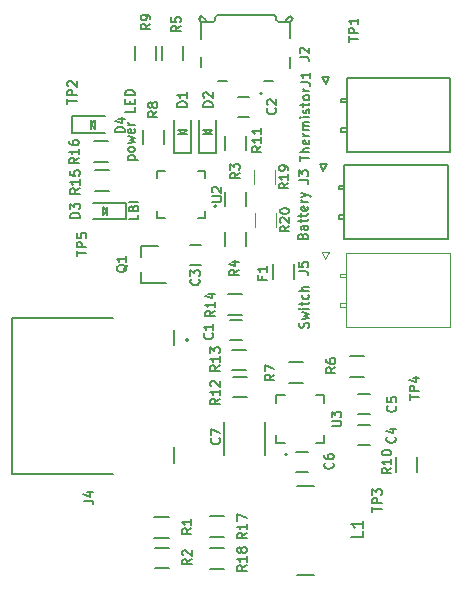
<source format=gto>
G04 #@! TF.GenerationSoftware,KiCad,Pcbnew,5.1.9-73d0e3b20d~88~ubuntu20.04.1*
G04 #@! TF.CreationDate,2021-04-17T15:17:50-04:00*
G04 #@! TF.ProjectId,Antoinette_PowerBank,416e746f-696e-4657-9474-655f506f7765,rev?*
G04 #@! TF.SameCoordinates,Original*
G04 #@! TF.FileFunction,Legend,Top*
G04 #@! TF.FilePolarity,Positive*
%FSLAX46Y46*%
G04 Gerber Fmt 4.6, Leading zero omitted, Abs format (unit mm)*
G04 Created by KiCad (PCBNEW 5.1.9-73d0e3b20d~88~ubuntu20.04.1) date 2021-04-17 15:17:50*
%MOMM*%
%LPD*%
G01*
G04 APERTURE LIST*
%ADD10C,0.150000*%
%ADD11C,0.120000*%
%ADD12C,0.127000*%
%ADD13C,0.200000*%
%ADD14C,0.152400*%
G04 APERTURE END LIST*
D10*
X90773809Y-56271428D02*
X90811904Y-56157142D01*
X90811904Y-55966666D01*
X90773809Y-55890476D01*
X90735714Y-55852380D01*
X90659523Y-55814285D01*
X90583333Y-55814285D01*
X90507142Y-55852380D01*
X90469047Y-55890476D01*
X90430952Y-55966666D01*
X90392857Y-56119047D01*
X90354761Y-56195238D01*
X90316666Y-56233333D01*
X90240476Y-56271428D01*
X90164285Y-56271428D01*
X90088095Y-56233333D01*
X90050000Y-56195238D01*
X90011904Y-56119047D01*
X90011904Y-55928571D01*
X90050000Y-55814285D01*
X90278571Y-55547619D02*
X90811904Y-55395238D01*
X90430952Y-55242857D01*
X90811904Y-55090476D01*
X90278571Y-54938095D01*
X90811904Y-54633333D02*
X90278571Y-54633333D01*
X90011904Y-54633333D02*
X90050000Y-54671428D01*
X90088095Y-54633333D01*
X90050000Y-54595238D01*
X90011904Y-54633333D01*
X90088095Y-54633333D01*
X90278571Y-54366666D02*
X90278571Y-54061904D01*
X90011904Y-54252380D02*
X90697619Y-54252380D01*
X90773809Y-54214285D01*
X90811904Y-54138095D01*
X90811904Y-54061904D01*
X90773809Y-53452380D02*
X90811904Y-53528571D01*
X90811904Y-53680952D01*
X90773809Y-53757142D01*
X90735714Y-53795238D01*
X90659523Y-53833333D01*
X90430952Y-53833333D01*
X90354761Y-53795238D01*
X90316666Y-53757142D01*
X90278571Y-53680952D01*
X90278571Y-53528571D01*
X90316666Y-53452380D01*
X90811904Y-53109523D02*
X90011904Y-53109523D01*
X90811904Y-52766666D02*
X90392857Y-52766666D01*
X90316666Y-52804761D01*
X90278571Y-52880952D01*
X90278571Y-52995238D01*
X90316666Y-53071428D01*
X90354761Y-53109523D01*
X90314857Y-48486842D02*
X90352952Y-48372557D01*
X90391047Y-48334461D01*
X90467238Y-48296366D01*
X90581523Y-48296366D01*
X90657714Y-48334461D01*
X90695809Y-48372557D01*
X90733904Y-48448747D01*
X90733904Y-48753509D01*
X89933904Y-48753509D01*
X89933904Y-48486842D01*
X89972000Y-48410652D01*
X90010095Y-48372557D01*
X90086285Y-48334461D01*
X90162476Y-48334461D01*
X90238666Y-48372557D01*
X90276761Y-48410652D01*
X90314857Y-48486842D01*
X90314857Y-48753509D01*
X90733904Y-47610652D02*
X90314857Y-47610652D01*
X90238666Y-47648747D01*
X90200571Y-47724938D01*
X90200571Y-47877319D01*
X90238666Y-47953509D01*
X90695809Y-47610652D02*
X90733904Y-47686842D01*
X90733904Y-47877319D01*
X90695809Y-47953509D01*
X90619619Y-47991604D01*
X90543428Y-47991604D01*
X90467238Y-47953509D01*
X90429142Y-47877319D01*
X90429142Y-47686842D01*
X90391047Y-47610652D01*
X90200571Y-47343985D02*
X90200571Y-47039223D01*
X89933904Y-47229700D02*
X90619619Y-47229700D01*
X90695809Y-47191604D01*
X90733904Y-47115414D01*
X90733904Y-47039223D01*
X90200571Y-46886842D02*
X90200571Y-46582080D01*
X89933904Y-46772557D02*
X90619619Y-46772557D01*
X90695809Y-46734461D01*
X90733904Y-46658271D01*
X90733904Y-46582080D01*
X90695809Y-46010652D02*
X90733904Y-46086842D01*
X90733904Y-46239223D01*
X90695809Y-46315414D01*
X90619619Y-46353509D01*
X90314857Y-46353509D01*
X90238666Y-46315414D01*
X90200571Y-46239223D01*
X90200571Y-46086842D01*
X90238666Y-46010652D01*
X90314857Y-45972557D01*
X90391047Y-45972557D01*
X90467238Y-46353509D01*
X90733904Y-45629700D02*
X90200571Y-45629700D01*
X90352952Y-45629700D02*
X90276761Y-45591604D01*
X90238666Y-45553509D01*
X90200571Y-45477319D01*
X90200571Y-45401128D01*
X90200571Y-45210652D02*
X90733904Y-45020176D01*
X90200571Y-44829700D02*
X90733904Y-45020176D01*
X90924380Y-45096366D01*
X90962476Y-45134461D01*
X91000571Y-45210652D01*
X76382904Y-46677257D02*
X76382904Y-47058209D01*
X75582904Y-47058209D01*
X75963857Y-46143923D02*
X76001952Y-46029638D01*
X76040047Y-45991542D01*
X76116238Y-45953447D01*
X76230523Y-45953447D01*
X76306714Y-45991542D01*
X76344809Y-46029638D01*
X76382904Y-46105828D01*
X76382904Y-46410590D01*
X75582904Y-46410590D01*
X75582904Y-46143923D01*
X75621000Y-46067733D01*
X75659095Y-46029638D01*
X75735285Y-45991542D01*
X75811476Y-45991542D01*
X75887666Y-46029638D01*
X75925761Y-46067733D01*
X75963857Y-46143923D01*
X75963857Y-46410590D01*
X76382904Y-45610590D02*
X75582904Y-45610590D01*
X75544771Y-42028733D02*
X76344771Y-42028733D01*
X75582866Y-42028733D02*
X75544771Y-41952542D01*
X75544771Y-41800161D01*
X75582866Y-41723971D01*
X75620961Y-41685876D01*
X75697152Y-41647780D01*
X75925723Y-41647780D01*
X76001914Y-41685876D01*
X76040009Y-41723971D01*
X76078104Y-41800161D01*
X76078104Y-41952542D01*
X76040009Y-42028733D01*
X76078104Y-41190638D02*
X76040009Y-41266828D01*
X76001914Y-41304923D01*
X75925723Y-41343019D01*
X75697152Y-41343019D01*
X75620961Y-41304923D01*
X75582866Y-41266828D01*
X75544771Y-41190638D01*
X75544771Y-41076352D01*
X75582866Y-41000161D01*
X75620961Y-40962066D01*
X75697152Y-40923971D01*
X75925723Y-40923971D01*
X76001914Y-40962066D01*
X76040009Y-41000161D01*
X76078104Y-41076352D01*
X76078104Y-41190638D01*
X75544771Y-40657304D02*
X76078104Y-40504923D01*
X75697152Y-40352542D01*
X76078104Y-40200161D01*
X75544771Y-40047780D01*
X76040009Y-39438257D02*
X76078104Y-39514447D01*
X76078104Y-39666828D01*
X76040009Y-39743019D01*
X75963819Y-39781114D01*
X75659057Y-39781114D01*
X75582866Y-39743019D01*
X75544771Y-39666828D01*
X75544771Y-39514447D01*
X75582866Y-39438257D01*
X75659057Y-39400161D01*
X75735247Y-39400161D01*
X75811438Y-39781114D01*
X76078104Y-39057304D02*
X75544771Y-39057304D01*
X75697152Y-39057304D02*
X75620961Y-39019209D01*
X75582866Y-38981114D01*
X75544771Y-38904923D01*
X75544771Y-38828733D01*
X76078104Y-37571590D02*
X76078104Y-37952542D01*
X75278104Y-37952542D01*
X75659057Y-37304923D02*
X75659057Y-37038257D01*
X76078104Y-36923971D02*
X76078104Y-37304923D01*
X75278104Y-37304923D01*
X75278104Y-36923971D01*
X76078104Y-36581114D02*
X75278104Y-36581114D01*
X75278104Y-36390638D01*
X75316200Y-36276352D01*
X75392390Y-36200161D01*
X75468580Y-36162066D01*
X75620961Y-36123971D01*
X75735247Y-36123971D01*
X75887628Y-36162066D01*
X75963819Y-36200161D01*
X76040009Y-36276352D01*
X76078104Y-36390638D01*
X76078104Y-36581114D01*
X90086904Y-42141666D02*
X90086904Y-41684523D01*
X90886904Y-41913095D02*
X90086904Y-41913095D01*
X90886904Y-41417857D02*
X90086904Y-41417857D01*
X90886904Y-41075000D02*
X90467857Y-41075000D01*
X90391666Y-41113095D01*
X90353571Y-41189285D01*
X90353571Y-41303571D01*
X90391666Y-41379761D01*
X90429761Y-41417857D01*
X90848809Y-40389285D02*
X90886904Y-40465476D01*
X90886904Y-40617857D01*
X90848809Y-40694047D01*
X90772619Y-40732142D01*
X90467857Y-40732142D01*
X90391666Y-40694047D01*
X90353571Y-40617857D01*
X90353571Y-40465476D01*
X90391666Y-40389285D01*
X90467857Y-40351190D01*
X90544047Y-40351190D01*
X90620238Y-40732142D01*
X90886904Y-40008333D02*
X90353571Y-40008333D01*
X90505952Y-40008333D02*
X90429761Y-39970238D01*
X90391666Y-39932142D01*
X90353571Y-39855952D01*
X90353571Y-39779761D01*
X90886904Y-39513095D02*
X90353571Y-39513095D01*
X90429761Y-39513095D02*
X90391666Y-39475000D01*
X90353571Y-39398809D01*
X90353571Y-39284523D01*
X90391666Y-39208333D01*
X90467857Y-39170238D01*
X90886904Y-39170238D01*
X90467857Y-39170238D02*
X90391666Y-39132142D01*
X90353571Y-39055952D01*
X90353571Y-38941666D01*
X90391666Y-38865476D01*
X90467857Y-38827380D01*
X90886904Y-38827380D01*
X90886904Y-38446428D02*
X90353571Y-38446428D01*
X90086904Y-38446428D02*
X90125000Y-38484523D01*
X90163095Y-38446428D01*
X90125000Y-38408333D01*
X90086904Y-38446428D01*
X90163095Y-38446428D01*
X90848809Y-38103571D02*
X90886904Y-38027380D01*
X90886904Y-37875000D01*
X90848809Y-37798809D01*
X90772619Y-37760714D01*
X90734523Y-37760714D01*
X90658333Y-37798809D01*
X90620238Y-37875000D01*
X90620238Y-37989285D01*
X90582142Y-38065476D01*
X90505952Y-38103571D01*
X90467857Y-38103571D01*
X90391666Y-38065476D01*
X90353571Y-37989285D01*
X90353571Y-37875000D01*
X90391666Y-37798809D01*
X90353571Y-37532142D02*
X90353571Y-37227380D01*
X90086904Y-37417857D02*
X90772619Y-37417857D01*
X90848809Y-37379761D01*
X90886904Y-37303571D01*
X90886904Y-37227380D01*
X90886904Y-36846428D02*
X90848809Y-36922619D01*
X90810714Y-36960714D01*
X90734523Y-36998809D01*
X90505952Y-36998809D01*
X90429761Y-36960714D01*
X90391666Y-36922619D01*
X90353571Y-36846428D01*
X90353571Y-36732142D01*
X90391666Y-36655952D01*
X90429761Y-36617857D01*
X90505952Y-36579761D01*
X90734523Y-36579761D01*
X90810714Y-36617857D01*
X90848809Y-36655952D01*
X90886904Y-36732142D01*
X90886904Y-36846428D01*
X90886904Y-36236904D02*
X90353571Y-36236904D01*
X90505952Y-36236904D02*
X90429761Y-36198809D01*
X90391666Y-36160714D01*
X90353571Y-36084523D01*
X90353571Y-36008333D01*
X87103600Y-64277548D02*
X87103600Y-67050052D01*
X83683600Y-64277548D02*
X83683600Y-67050052D01*
X72690500Y-42889000D02*
X73890500Y-42889000D01*
X73890500Y-44649000D02*
X72690500Y-44649000D01*
X83968100Y-53379200D02*
X85168100Y-53379200D01*
X85168100Y-55139200D02*
X83968100Y-55139200D01*
X95544000Y-60409700D02*
X94344000Y-60409700D01*
X94344000Y-58649700D02*
X95544000Y-58649700D01*
X81417499Y-46988200D02*
X82017499Y-46988200D01*
X82017499Y-46988200D02*
X82017499Y-46388200D01*
X78617499Y-46988200D02*
X78017499Y-46988200D01*
X78017499Y-46988200D02*
X78017499Y-46388200D01*
X82017499Y-43588200D02*
X82017499Y-42988200D01*
X82017499Y-42988200D02*
X81417499Y-42988200D01*
X78617499Y-42988200D02*
X78017499Y-42988200D01*
X78017499Y-42988200D02*
X78017499Y-43588200D01*
X83017499Y-45988200D02*
G75*
G03*
X83017499Y-45988200I-100000J0D01*
G01*
X85524300Y-39983800D02*
X85524300Y-41183800D01*
X83764300Y-41183800D02*
X83764300Y-39983800D01*
X78443000Y-33574000D02*
X78443000Y-32374000D01*
X80203000Y-32374000D02*
X80203000Y-33574000D01*
X89005300Y-67000100D02*
G75*
G03*
X89005300Y-67000100I-100000J0D01*
G01*
X91435300Y-66050100D02*
X92155300Y-66050100D01*
X88055300Y-66050100D02*
X88775300Y-66050100D01*
X88055300Y-61950100D02*
X88055300Y-62670100D01*
X92155300Y-61950100D02*
X91435300Y-61950100D01*
X92155300Y-66050100D02*
X92155300Y-65330100D01*
X88055300Y-65330100D02*
X88055300Y-66050100D01*
X92155300Y-62670100D02*
X92155300Y-61950100D01*
X88775300Y-61950100D02*
X88055300Y-61950100D01*
X85195100Y-55568200D02*
X84195100Y-55568200D01*
X84195100Y-57268200D02*
X85195100Y-57268200D01*
X84804700Y-38383300D02*
X85804700Y-38383300D01*
X85804700Y-36683300D02*
X84804700Y-36683300D01*
X80740700Y-50956300D02*
X81740700Y-50956300D01*
X81740700Y-49256300D02*
X80740700Y-49256300D01*
X94990100Y-66221700D02*
X95990100Y-66221700D01*
X95990100Y-64521700D02*
X94990100Y-64521700D01*
X95990100Y-61880100D02*
X94990100Y-61880100D01*
X94990100Y-63580100D02*
X95990100Y-63580100D01*
X89750000Y-68450000D02*
X90750000Y-68450000D01*
X90750000Y-66750000D02*
X89750000Y-66750000D01*
X80485800Y-39828800D02*
X80135800Y-39828800D01*
X80135800Y-39828800D02*
X79785800Y-39828800D01*
X80485800Y-39478800D02*
X80135800Y-39828800D01*
X80435800Y-39478800D02*
X80485800Y-39478800D01*
X80485800Y-39478800D02*
X80435800Y-39478800D01*
X79785800Y-39478800D02*
X80435800Y-39478800D01*
X79835800Y-39528800D02*
X79785800Y-39478800D01*
X80135800Y-39828800D02*
X79835800Y-39528800D01*
X79435800Y-41428800D02*
X80835800Y-41428800D01*
X80835800Y-41428800D02*
X80835800Y-38628800D01*
X79435800Y-41428800D02*
X79435800Y-38628800D01*
X81556700Y-41436600D02*
X81556700Y-38636600D01*
X82956700Y-41436600D02*
X82956700Y-38636600D01*
X81556700Y-41436600D02*
X82956700Y-41436600D01*
X82256700Y-39836600D02*
X81956700Y-39536600D01*
X81956700Y-39536600D02*
X81906700Y-39486600D01*
X81906700Y-39486600D02*
X82556700Y-39486600D01*
X82606700Y-39486600D02*
X82556700Y-39486600D01*
X82556700Y-39486600D02*
X82606700Y-39486600D01*
X82606700Y-39486600D02*
X82256700Y-39836600D01*
X82256700Y-39836600D02*
X81906700Y-39836600D01*
X82606700Y-39836600D02*
X82256700Y-39836600D01*
X73744500Y-46022500D02*
X73744500Y-46372500D01*
X73744500Y-46372500D02*
X73744500Y-46722500D01*
X73394500Y-46022500D02*
X73744500Y-46372500D01*
X73394500Y-46072500D02*
X73394500Y-46022500D01*
X73394500Y-46022500D02*
X73394500Y-46072500D01*
X73394500Y-46722500D02*
X73394500Y-46072500D01*
X73444500Y-46672500D02*
X73394500Y-46722500D01*
X73744500Y-46372500D02*
X73444500Y-46672500D01*
X75344500Y-47072500D02*
X75344500Y-45672500D01*
X75344500Y-45672500D02*
X72544500Y-45672500D01*
X75344500Y-47072500D02*
X72544500Y-47072500D01*
X70766600Y-38344600D02*
X73566600Y-38344600D01*
X70766600Y-39744600D02*
X73566600Y-39744600D01*
X70766600Y-38344600D02*
X70766600Y-39744600D01*
X72366600Y-39044600D02*
X72666600Y-38744600D01*
X72666600Y-38744600D02*
X72716600Y-38694600D01*
X72716600Y-38694600D02*
X72716600Y-39344600D01*
X72716600Y-39394600D02*
X72716600Y-39344600D01*
X72716600Y-39344600D02*
X72716600Y-39394600D01*
X72716600Y-39394600D02*
X72366600Y-39044600D01*
X72366600Y-39044600D02*
X72366600Y-38694600D01*
X72366600Y-39394600D02*
X72366600Y-39044600D01*
X87798300Y-50888536D02*
X87798300Y-52092664D01*
X89618300Y-50888536D02*
X89618300Y-52092664D01*
X76594500Y-49301000D02*
X78054500Y-49301000D01*
X76594500Y-52461000D02*
X78754500Y-52461000D01*
X76594500Y-52461000D02*
X76594500Y-51531000D01*
X76594500Y-49301000D02*
X76594500Y-50231000D01*
X78957800Y-74036800D02*
X77757800Y-74036800D01*
X77757800Y-72276800D02*
X78957800Y-72276800D01*
X78995900Y-76627600D02*
X77795900Y-76627600D01*
X77795900Y-74867600D02*
X78995900Y-74867600D01*
X85473500Y-44743800D02*
X85473500Y-45943800D01*
X83713500Y-45943800D02*
X83713500Y-44743800D01*
X85537000Y-48122000D02*
X85537000Y-49322000D01*
X83777000Y-49322000D02*
X83777000Y-48122000D01*
X89175100Y-59183100D02*
X90375100Y-59183100D01*
X90375100Y-60943100D02*
X89175100Y-60943100D01*
X76817400Y-40698700D02*
X76817400Y-39498700D01*
X78577400Y-39498700D02*
X78577400Y-40698700D01*
X77917000Y-32374000D02*
X77917000Y-33574000D01*
X76157000Y-33574000D02*
X76157000Y-32374000D01*
X98191500Y-68435500D02*
X98191500Y-67235500D01*
X99951500Y-67235500D02*
X99951500Y-68435500D01*
X85612600Y-62149600D02*
X84412600Y-62149600D01*
X84412600Y-60389600D02*
X85612600Y-60389600D01*
X85523700Y-59876300D02*
X84323700Y-59876300D01*
X84323700Y-58116300D02*
X85523700Y-58116300D01*
X72627000Y-40476000D02*
X73827000Y-40476000D01*
X73827000Y-42236000D02*
X72627000Y-42236000D01*
X83631400Y-73986000D02*
X82431400Y-73986000D01*
X82431400Y-72226000D02*
X83631400Y-72226000D01*
X83631400Y-76678400D02*
X82431400Y-76678400D01*
X82431400Y-74918400D02*
X83631400Y-74918400D01*
X102794300Y-35142600D02*
X94034300Y-35142600D01*
X94034300Y-35142600D02*
X94034300Y-41382600D01*
X94034300Y-41382600D02*
X102794300Y-41382600D01*
X102794300Y-41382600D02*
X102794300Y-35142600D01*
X94034300Y-36862600D02*
X93564300Y-36862600D01*
X93564300Y-36862600D02*
X93564300Y-37162600D01*
X93564300Y-37162600D02*
X94034300Y-37162600D01*
X94034300Y-37162600D02*
X94034300Y-36862600D01*
X94034300Y-39362600D02*
X93564300Y-39362600D01*
X93564300Y-39362600D02*
X93564300Y-39662600D01*
X93564300Y-39662600D02*
X94034300Y-39662600D01*
X94034300Y-39662600D02*
X94034300Y-39362600D01*
X92264300Y-35612600D02*
X91964300Y-35012600D01*
X91964300Y-35012600D02*
X92564300Y-35012600D01*
X92564300Y-35012600D02*
X92264300Y-35612600D01*
X102603800Y-42508600D02*
X93843800Y-42508600D01*
X93843800Y-42508600D02*
X93843800Y-48748600D01*
X93843800Y-48748600D02*
X102603800Y-48748600D01*
X102603800Y-48748600D02*
X102603800Y-42508600D01*
X93843800Y-44228600D02*
X93373800Y-44228600D01*
X93373800Y-44228600D02*
X93373800Y-44528600D01*
X93373800Y-44528600D02*
X93843800Y-44528600D01*
X93843800Y-44528600D02*
X93843800Y-44228600D01*
X93843800Y-46728600D02*
X93373800Y-46728600D01*
X93373800Y-46728600D02*
X93373800Y-47028600D01*
X93373800Y-47028600D02*
X93843800Y-47028600D01*
X93843800Y-47028600D02*
X93843800Y-46728600D01*
X92073800Y-42978600D02*
X91773800Y-42378600D01*
X91773800Y-42378600D02*
X92373800Y-42378600D01*
X92373800Y-42378600D02*
X92073800Y-42978600D01*
D11*
X102743500Y-49963500D02*
X93983500Y-49963500D01*
X93983500Y-49963500D02*
X93983500Y-56203500D01*
X93983500Y-56203500D02*
X102743500Y-56203500D01*
X102743500Y-56203500D02*
X102743500Y-49963500D01*
X93983500Y-51683500D02*
X93513500Y-51683500D01*
X93513500Y-51683500D02*
X93513500Y-51983500D01*
X93513500Y-51983500D02*
X93983500Y-51983500D01*
X93983500Y-51983500D02*
X93983500Y-51683500D01*
X93983500Y-54183500D02*
X93513500Y-54183500D01*
X93513500Y-54183500D02*
X93513500Y-54483500D01*
X93513500Y-54483500D02*
X93983500Y-54483500D01*
X93983500Y-54483500D02*
X93983500Y-54183500D01*
X92213500Y-50433500D02*
X91913500Y-49833500D01*
X91913500Y-49833500D02*
X92513500Y-49833500D01*
X92513500Y-49833500D02*
X92213500Y-50433500D01*
D12*
X87835200Y-35392200D02*
X87055200Y-35392200D01*
X83915200Y-35392200D02*
X83175200Y-35392200D01*
X89245200Y-34227200D02*
X89245200Y-33317200D01*
X81745200Y-34217200D02*
X81745200Y-33307200D01*
X89245200Y-31717200D02*
X89245200Y-30392200D01*
X89245200Y-30392200D02*
X88295200Y-30392200D01*
X88095200Y-30192200D02*
X88095200Y-30127200D01*
X87895200Y-29792200D02*
X83095200Y-29792200D01*
X82895200Y-30002200D02*
X82895200Y-30202200D01*
X82570200Y-30402200D02*
X81745200Y-30402200D01*
X81745200Y-30402200D02*
X81745200Y-31777200D01*
D13*
X86890200Y-36412200D02*
G75*
G03*
X86890200Y-36412200I-100000J0D01*
G01*
D12*
X89245200Y-30342200D02*
X89495200Y-30092200D01*
X89495200Y-30092200D02*
X89245200Y-29842200D01*
X89245200Y-29842200D02*
X88870200Y-30217200D01*
X88870200Y-30217200D02*
X88870200Y-30342200D01*
X81745200Y-30342200D02*
X81495200Y-30092200D01*
X81495200Y-30092200D02*
X81745200Y-29842200D01*
X81745200Y-29842200D02*
X82120200Y-30217200D01*
X82120200Y-30217200D02*
X82120200Y-30342200D01*
X82895200Y-30202200D02*
G75*
G02*
X82570200Y-30402200I-262500J62500D01*
G01*
X83095200Y-29792200D02*
G75*
G03*
X82895200Y-30002200I5000J-205000D01*
G01*
X88095200Y-30127200D02*
G75*
G03*
X87895200Y-29792200I-267500J67500D01*
G01*
X88295200Y-30392200D02*
G75*
G02*
X88095200Y-30192200I0J200000D01*
G01*
D13*
X65717000Y-55457000D02*
X74267000Y-55457000D01*
X74267000Y-68657000D02*
X65717000Y-68657000D01*
X65717000Y-68657000D02*
X65717000Y-55457000D01*
X80617000Y-57307000D02*
G75*
G03*
X80617000Y-57307000I-100000J0D01*
G01*
X79417000Y-56407000D02*
X79417000Y-57757000D01*
X79417000Y-66357000D02*
X79417000Y-67707000D01*
D14*
X89802749Y-77195400D02*
X91296851Y-77195400D01*
X91296851Y-69626200D02*
X89802749Y-69626200D01*
D11*
X87962700Y-42902300D02*
X87962700Y-44102300D01*
X86202700Y-44102300D02*
X86202700Y-42902300D01*
X86278900Y-47747200D02*
X86278900Y-46547200D01*
X88038900Y-46547200D02*
X88038900Y-47747200D01*
D10*
X83266314Y-65619333D02*
X83304409Y-65657428D01*
X83342504Y-65771714D01*
X83342504Y-65847904D01*
X83304409Y-65962190D01*
X83228219Y-66038380D01*
X83152028Y-66076476D01*
X82999647Y-66114571D01*
X82885361Y-66114571D01*
X82732980Y-66076476D01*
X82656790Y-66038380D01*
X82580600Y-65962190D01*
X82542504Y-65847904D01*
X82542504Y-65771714D01*
X82580600Y-65657428D01*
X82618695Y-65619333D01*
X82542504Y-65352666D02*
X82542504Y-64819333D01*
X83342504Y-65162190D01*
X71429904Y-44435685D02*
X71048952Y-44702352D01*
X71429904Y-44892828D02*
X70629904Y-44892828D01*
X70629904Y-44588066D01*
X70668000Y-44511876D01*
X70706095Y-44473780D01*
X70782285Y-44435685D01*
X70896571Y-44435685D01*
X70972761Y-44473780D01*
X71010857Y-44511876D01*
X71048952Y-44588066D01*
X71048952Y-44892828D01*
X71429904Y-43673780D02*
X71429904Y-44130923D01*
X71429904Y-43902352D02*
X70629904Y-43902352D01*
X70744190Y-43978542D01*
X70820380Y-44054733D01*
X70858476Y-44130923D01*
X70629904Y-42949971D02*
X70629904Y-43330923D01*
X71010857Y-43369019D01*
X70972761Y-43330923D01*
X70934666Y-43254733D01*
X70934666Y-43064257D01*
X70972761Y-42988066D01*
X71010857Y-42949971D01*
X71087047Y-42911876D01*
X71277523Y-42911876D01*
X71353714Y-42949971D01*
X71391809Y-42988066D01*
X71429904Y-43064257D01*
X71429904Y-43254733D01*
X71391809Y-43330923D01*
X71353714Y-43369019D01*
X82859904Y-54836985D02*
X82478952Y-55103652D01*
X82859904Y-55294128D02*
X82059904Y-55294128D01*
X82059904Y-54989366D01*
X82098000Y-54913176D01*
X82136095Y-54875080D01*
X82212285Y-54836985D01*
X82326571Y-54836985D01*
X82402761Y-54875080D01*
X82440857Y-54913176D01*
X82478952Y-54989366D01*
X82478952Y-55294128D01*
X82859904Y-54075080D02*
X82859904Y-54532223D01*
X82859904Y-54303652D02*
X82059904Y-54303652D01*
X82174190Y-54379842D01*
X82250380Y-54456033D01*
X82288476Y-54532223D01*
X82326571Y-53389366D02*
X82859904Y-53389366D01*
X82021809Y-53579842D02*
X82593238Y-53770319D01*
X82593238Y-53275080D01*
X93083404Y-59599533D02*
X92702452Y-59866200D01*
X93083404Y-60056676D02*
X92283404Y-60056676D01*
X92283404Y-59751914D01*
X92321500Y-59675723D01*
X92359595Y-59637628D01*
X92435785Y-59599533D01*
X92550071Y-59599533D01*
X92626261Y-59637628D01*
X92664357Y-59675723D01*
X92702452Y-59751914D01*
X92702452Y-60056676D01*
X92283404Y-58913819D02*
X92283404Y-59066200D01*
X92321500Y-59142390D01*
X92359595Y-59180485D01*
X92473880Y-59256676D01*
X92626261Y-59294771D01*
X92931023Y-59294771D01*
X93007214Y-59256676D01*
X93045309Y-59218580D01*
X93083404Y-59142390D01*
X93083404Y-58990009D01*
X93045309Y-58913819D01*
X93007214Y-58875723D01*
X92931023Y-58837628D01*
X92740547Y-58837628D01*
X92664357Y-58875723D01*
X92626261Y-58913819D01*
X92588166Y-58990009D01*
X92588166Y-59142390D01*
X92626261Y-59218580D01*
X92664357Y-59256676D01*
X92740547Y-59294771D01*
X94201104Y-32027723D02*
X94201104Y-31570580D01*
X95001104Y-31799152D02*
X94201104Y-31799152D01*
X95001104Y-31303914D02*
X94201104Y-31303914D01*
X94201104Y-30999152D01*
X94239200Y-30922961D01*
X94277295Y-30884866D01*
X94353485Y-30846771D01*
X94467771Y-30846771D01*
X94543961Y-30884866D01*
X94582057Y-30922961D01*
X94620152Y-30999152D01*
X94620152Y-31303914D01*
X95001104Y-30084866D02*
X95001104Y-30542009D01*
X95001104Y-30313438D02*
X94201104Y-30313438D01*
X94315390Y-30389628D01*
X94391580Y-30465819D01*
X94429676Y-30542009D01*
X82636904Y-45584523D02*
X83284523Y-45584523D01*
X83360714Y-45546428D01*
X83398809Y-45508333D01*
X83436904Y-45432142D01*
X83436904Y-45279761D01*
X83398809Y-45203571D01*
X83360714Y-45165476D01*
X83284523Y-45127380D01*
X82636904Y-45127380D01*
X82713095Y-44784523D02*
X82675000Y-44746428D01*
X82636904Y-44670238D01*
X82636904Y-44479761D01*
X82675000Y-44403571D01*
X82713095Y-44365476D01*
X82789285Y-44327380D01*
X82865476Y-44327380D01*
X82979761Y-44365476D01*
X83436904Y-44822619D01*
X83436904Y-44327380D01*
X86809604Y-40905085D02*
X86428652Y-41171752D01*
X86809604Y-41362228D02*
X86009604Y-41362228D01*
X86009604Y-41057466D01*
X86047700Y-40981276D01*
X86085795Y-40943180D01*
X86161985Y-40905085D01*
X86276271Y-40905085D01*
X86352461Y-40943180D01*
X86390557Y-40981276D01*
X86428652Y-41057466D01*
X86428652Y-41362228D01*
X86809604Y-40143180D02*
X86809604Y-40600323D01*
X86809604Y-40371752D02*
X86009604Y-40371752D01*
X86123890Y-40447942D01*
X86200080Y-40524133D01*
X86238176Y-40600323D01*
X86809604Y-39381276D02*
X86809604Y-39838419D01*
X86809604Y-39609847D02*
X86009604Y-39609847D01*
X86123890Y-39686038D01*
X86200080Y-39762228D01*
X86238176Y-39838419D01*
X80002404Y-30694333D02*
X79621452Y-30961000D01*
X80002404Y-31151476D02*
X79202404Y-31151476D01*
X79202404Y-30846714D01*
X79240500Y-30770523D01*
X79278595Y-30732428D01*
X79354785Y-30694333D01*
X79469071Y-30694333D01*
X79545261Y-30732428D01*
X79583357Y-30770523D01*
X79621452Y-30846714D01*
X79621452Y-31151476D01*
X79202404Y-29970523D02*
X79202404Y-30351476D01*
X79583357Y-30389571D01*
X79545261Y-30351476D01*
X79507166Y-30275285D01*
X79507166Y-30084809D01*
X79545261Y-30008619D01*
X79583357Y-29970523D01*
X79659547Y-29932428D01*
X79850023Y-29932428D01*
X79926214Y-29970523D01*
X79964309Y-30008619D01*
X80002404Y-30084809D01*
X80002404Y-30275285D01*
X79964309Y-30351476D01*
X79926214Y-30389571D01*
X92761904Y-64609523D02*
X93409523Y-64609523D01*
X93485714Y-64571428D01*
X93523809Y-64533333D01*
X93561904Y-64457142D01*
X93561904Y-64304761D01*
X93523809Y-64228571D01*
X93485714Y-64190476D01*
X93409523Y-64152380D01*
X92761904Y-64152380D01*
X92761904Y-63847619D02*
X92761904Y-63352380D01*
X93066666Y-63619047D01*
X93066666Y-63504761D01*
X93104761Y-63428571D01*
X93142857Y-63390476D01*
X93219047Y-63352380D01*
X93409523Y-63352380D01*
X93485714Y-63390476D01*
X93523809Y-63428571D01*
X93561904Y-63504761D01*
X93561904Y-63733333D01*
X93523809Y-63809523D01*
X93485714Y-63847619D01*
X82656714Y-56716633D02*
X82694809Y-56754728D01*
X82732904Y-56869014D01*
X82732904Y-56945204D01*
X82694809Y-57059490D01*
X82618619Y-57135680D01*
X82542428Y-57173776D01*
X82390047Y-57211871D01*
X82275761Y-57211871D01*
X82123380Y-57173776D01*
X82047190Y-57135680D01*
X81971000Y-57059490D01*
X81932904Y-56945204D01*
X81932904Y-56869014D01*
X81971000Y-56754728D01*
X82009095Y-56716633D01*
X82732904Y-55954728D02*
X82732904Y-56411871D01*
X82732904Y-56183300D02*
X81932904Y-56183300D01*
X82047190Y-56259490D01*
X82123380Y-56335680D01*
X82161476Y-56411871D01*
X88003414Y-37666633D02*
X88041509Y-37704728D01*
X88079604Y-37819014D01*
X88079604Y-37895204D01*
X88041509Y-38009490D01*
X87965319Y-38085680D01*
X87889128Y-38123776D01*
X87736747Y-38161871D01*
X87622461Y-38161871D01*
X87470080Y-38123776D01*
X87393890Y-38085680D01*
X87317700Y-38009490D01*
X87279604Y-37895204D01*
X87279604Y-37819014D01*
X87317700Y-37704728D01*
X87355795Y-37666633D01*
X87355795Y-37361871D02*
X87317700Y-37323776D01*
X87279604Y-37247585D01*
X87279604Y-37057109D01*
X87317700Y-36980919D01*
X87355795Y-36942823D01*
X87431985Y-36904728D01*
X87508176Y-36904728D01*
X87622461Y-36942823D01*
X88079604Y-37399966D01*
X88079604Y-36904728D01*
X81526414Y-52144633D02*
X81564509Y-52182728D01*
X81602604Y-52297014D01*
X81602604Y-52373204D01*
X81564509Y-52487490D01*
X81488319Y-52563680D01*
X81412128Y-52601776D01*
X81259747Y-52639871D01*
X81145461Y-52639871D01*
X80993080Y-52601776D01*
X80916890Y-52563680D01*
X80840700Y-52487490D01*
X80802604Y-52373204D01*
X80802604Y-52297014D01*
X80840700Y-52182728D01*
X80878795Y-52144633D01*
X80802604Y-51877966D02*
X80802604Y-51382728D01*
X81107366Y-51649395D01*
X81107366Y-51535109D01*
X81145461Y-51458919D01*
X81183557Y-51420823D01*
X81259747Y-51382728D01*
X81450223Y-51382728D01*
X81526414Y-51420823D01*
X81564509Y-51458919D01*
X81602604Y-51535109D01*
X81602604Y-51763680D01*
X81564509Y-51839871D01*
X81526414Y-51877966D01*
X98125314Y-65505033D02*
X98163409Y-65543128D01*
X98201504Y-65657414D01*
X98201504Y-65733604D01*
X98163409Y-65847890D01*
X98087219Y-65924080D01*
X98011028Y-65962176D01*
X97858647Y-66000271D01*
X97744361Y-66000271D01*
X97591980Y-65962176D01*
X97515790Y-65924080D01*
X97439600Y-65847890D01*
X97401504Y-65733604D01*
X97401504Y-65657414D01*
X97439600Y-65543128D01*
X97477695Y-65505033D01*
X97668171Y-64819319D02*
X98201504Y-64819319D01*
X97363409Y-65009795D02*
X97934838Y-65200271D01*
X97934838Y-64705033D01*
X98176114Y-62876133D02*
X98214209Y-62914228D01*
X98252304Y-63028514D01*
X98252304Y-63104704D01*
X98214209Y-63218990D01*
X98138019Y-63295180D01*
X98061828Y-63333276D01*
X97909447Y-63371371D01*
X97795161Y-63371371D01*
X97642780Y-63333276D01*
X97566590Y-63295180D01*
X97490400Y-63218990D01*
X97452304Y-63104704D01*
X97452304Y-63028514D01*
X97490400Y-62914228D01*
X97528495Y-62876133D01*
X97452304Y-62152323D02*
X97452304Y-62533276D01*
X97833257Y-62571371D01*
X97795161Y-62533276D01*
X97757066Y-62457085D01*
X97757066Y-62266609D01*
X97795161Y-62190419D01*
X97833257Y-62152323D01*
X97909447Y-62114228D01*
X98099923Y-62114228D01*
X98176114Y-62152323D01*
X98214209Y-62190419D01*
X98252304Y-62266609D01*
X98252304Y-62457085D01*
X98214209Y-62533276D01*
X98176114Y-62571371D01*
X92847114Y-67695233D02*
X92885209Y-67733328D01*
X92923304Y-67847614D01*
X92923304Y-67923804D01*
X92885209Y-68038090D01*
X92809019Y-68114280D01*
X92732828Y-68152376D01*
X92580447Y-68190471D01*
X92466161Y-68190471D01*
X92313780Y-68152376D01*
X92237590Y-68114280D01*
X92161400Y-68038090D01*
X92123304Y-67923804D01*
X92123304Y-67847614D01*
X92161400Y-67733328D01*
X92199495Y-67695233D01*
X92123304Y-67009519D02*
X92123304Y-67161900D01*
X92161400Y-67238090D01*
X92199495Y-67276185D01*
X92313780Y-67352376D01*
X92466161Y-67390471D01*
X92770923Y-67390471D01*
X92847114Y-67352376D01*
X92885209Y-67314280D01*
X92923304Y-67238090D01*
X92923304Y-67085709D01*
X92885209Y-67009519D01*
X92847114Y-66971423D01*
X92770923Y-66933328D01*
X92580447Y-66933328D01*
X92504257Y-66971423D01*
X92466161Y-67009519D01*
X92428066Y-67085709D01*
X92428066Y-67238090D01*
X92466161Y-67314280D01*
X92504257Y-67352376D01*
X92580447Y-67390471D01*
X80510404Y-37526876D02*
X79710404Y-37526876D01*
X79710404Y-37336400D01*
X79748500Y-37222114D01*
X79824690Y-37145923D01*
X79900880Y-37107828D01*
X80053261Y-37069733D01*
X80167547Y-37069733D01*
X80319928Y-37107828D01*
X80396119Y-37145923D01*
X80472309Y-37222114D01*
X80510404Y-37336400D01*
X80510404Y-37526876D01*
X80510404Y-36307828D02*
X80510404Y-36764971D01*
X80510404Y-36536400D02*
X79710404Y-36536400D01*
X79824690Y-36612590D01*
X79900880Y-36688780D01*
X79938976Y-36764971D01*
X82682104Y-37552276D02*
X81882104Y-37552276D01*
X81882104Y-37361800D01*
X81920200Y-37247514D01*
X81996390Y-37171323D01*
X82072580Y-37133228D01*
X82224961Y-37095133D01*
X82339247Y-37095133D01*
X82491628Y-37133228D01*
X82567819Y-37171323D01*
X82644009Y-37247514D01*
X82682104Y-37361800D01*
X82682104Y-37552276D01*
X81958295Y-36790371D02*
X81920200Y-36752276D01*
X81882104Y-36676085D01*
X81882104Y-36485609D01*
X81920200Y-36409419D01*
X81958295Y-36371323D01*
X82034485Y-36333228D01*
X82110676Y-36333228D01*
X82224961Y-36371323D01*
X82682104Y-36828466D01*
X82682104Y-36333228D01*
X71429904Y-46962976D02*
X70629904Y-46962976D01*
X70629904Y-46772500D01*
X70668000Y-46658214D01*
X70744190Y-46582023D01*
X70820380Y-46543928D01*
X70972761Y-46505833D01*
X71087047Y-46505833D01*
X71239428Y-46543928D01*
X71315619Y-46582023D01*
X71391809Y-46658214D01*
X71429904Y-46772500D01*
X71429904Y-46962976D01*
X70629904Y-46239166D02*
X70629904Y-45743928D01*
X70934666Y-46010595D01*
X70934666Y-45896309D01*
X70972761Y-45820119D01*
X71010857Y-45782023D01*
X71087047Y-45743928D01*
X71277523Y-45743928D01*
X71353714Y-45782023D01*
X71391809Y-45820119D01*
X71429904Y-45896309D01*
X71429904Y-46124880D01*
X71391809Y-46201071D01*
X71353714Y-46239166D01*
X75239904Y-39685876D02*
X74439904Y-39685876D01*
X74439904Y-39495400D01*
X74478000Y-39381114D01*
X74554190Y-39304923D01*
X74630380Y-39266828D01*
X74782761Y-39228733D01*
X74897047Y-39228733D01*
X75049428Y-39266828D01*
X75125619Y-39304923D01*
X75201809Y-39381114D01*
X75239904Y-39495400D01*
X75239904Y-39685876D01*
X74706571Y-38543019D02*
X75239904Y-38543019D01*
X74401809Y-38733495D02*
X74973238Y-38923971D01*
X74973238Y-38428733D01*
X86873157Y-51909666D02*
X86873157Y-52176333D01*
X87292204Y-52176333D02*
X86492204Y-52176333D01*
X86492204Y-51795380D01*
X87292204Y-51071571D02*
X87292204Y-51528714D01*
X87292204Y-51300142D02*
X86492204Y-51300142D01*
X86606490Y-51376333D01*
X86682680Y-51452523D01*
X86720776Y-51528714D01*
X75443095Y-50931790D02*
X75405000Y-51007980D01*
X75328809Y-51084171D01*
X75214523Y-51198457D01*
X75176428Y-51274647D01*
X75176428Y-51350838D01*
X75366904Y-51312742D02*
X75328809Y-51388933D01*
X75252619Y-51465123D01*
X75100238Y-51503219D01*
X74833571Y-51503219D01*
X74681190Y-51465123D01*
X74605000Y-51388933D01*
X74566904Y-51312742D01*
X74566904Y-51160361D01*
X74605000Y-51084171D01*
X74681190Y-51007980D01*
X74833571Y-50969885D01*
X75100238Y-50969885D01*
X75252619Y-51007980D01*
X75328809Y-51084171D01*
X75366904Y-51160361D01*
X75366904Y-51312742D01*
X75366904Y-50207980D02*
X75366904Y-50665123D01*
X75366904Y-50436552D02*
X74566904Y-50436552D01*
X74681190Y-50512742D01*
X74757380Y-50588933D01*
X74795476Y-50665123D01*
X80891404Y-73226633D02*
X80510452Y-73493300D01*
X80891404Y-73683776D02*
X80091404Y-73683776D01*
X80091404Y-73379014D01*
X80129500Y-73302823D01*
X80167595Y-73264728D01*
X80243785Y-73226633D01*
X80358071Y-73226633D01*
X80434261Y-73264728D01*
X80472357Y-73302823D01*
X80510452Y-73379014D01*
X80510452Y-73683776D01*
X80891404Y-72464728D02*
X80891404Y-72921871D01*
X80891404Y-72693300D02*
X80091404Y-72693300D01*
X80205690Y-72769490D01*
X80281880Y-72845680D01*
X80319976Y-72921871D01*
X80929504Y-75842833D02*
X80548552Y-76109500D01*
X80929504Y-76299976D02*
X80129504Y-76299976D01*
X80129504Y-75995214D01*
X80167600Y-75919023D01*
X80205695Y-75880928D01*
X80281885Y-75842833D01*
X80396171Y-75842833D01*
X80472361Y-75880928D01*
X80510457Y-75919023D01*
X80548552Y-75995214D01*
X80548552Y-76299976D01*
X80205695Y-75538071D02*
X80167600Y-75499976D01*
X80129504Y-75423785D01*
X80129504Y-75233309D01*
X80167600Y-75157119D01*
X80205695Y-75119023D01*
X80281885Y-75080928D01*
X80358076Y-75080928D01*
X80472361Y-75119023D01*
X80929504Y-75576166D01*
X80929504Y-75080928D01*
X84968104Y-43127633D02*
X84587152Y-43394300D01*
X84968104Y-43584776D02*
X84168104Y-43584776D01*
X84168104Y-43280014D01*
X84206200Y-43203823D01*
X84244295Y-43165728D01*
X84320485Y-43127633D01*
X84434771Y-43127633D01*
X84510961Y-43165728D01*
X84549057Y-43203823D01*
X84587152Y-43280014D01*
X84587152Y-43584776D01*
X84168104Y-42860966D02*
X84168104Y-42365728D01*
X84472866Y-42632395D01*
X84472866Y-42518109D01*
X84510961Y-42441919D01*
X84549057Y-42403823D01*
X84625247Y-42365728D01*
X84815723Y-42365728D01*
X84891914Y-42403823D01*
X84930009Y-42441919D01*
X84968104Y-42518109D01*
X84968104Y-42746680D01*
X84930009Y-42822871D01*
X84891914Y-42860966D01*
X84879204Y-51347033D02*
X84498252Y-51613700D01*
X84879204Y-51804176D02*
X84079204Y-51804176D01*
X84079204Y-51499414D01*
X84117300Y-51423223D01*
X84155395Y-51385128D01*
X84231585Y-51347033D01*
X84345871Y-51347033D01*
X84422061Y-51385128D01*
X84460157Y-51423223D01*
X84498252Y-51499414D01*
X84498252Y-51804176D01*
X84345871Y-50661319D02*
X84879204Y-50661319D01*
X84041109Y-50851795D02*
X84612538Y-51042271D01*
X84612538Y-50547033D01*
X87914504Y-60221833D02*
X87533552Y-60488500D01*
X87914504Y-60678976D02*
X87114504Y-60678976D01*
X87114504Y-60374214D01*
X87152600Y-60298023D01*
X87190695Y-60259928D01*
X87266885Y-60221833D01*
X87381171Y-60221833D01*
X87457361Y-60259928D01*
X87495457Y-60298023D01*
X87533552Y-60374214D01*
X87533552Y-60678976D01*
X87114504Y-59955166D02*
X87114504Y-59421833D01*
X87914504Y-59764690D01*
X78013584Y-37940953D02*
X77632632Y-38207620D01*
X78013584Y-38398096D02*
X77213584Y-38398096D01*
X77213584Y-38093334D01*
X77251680Y-38017143D01*
X77289775Y-37979048D01*
X77365965Y-37940953D01*
X77480251Y-37940953D01*
X77556441Y-37979048D01*
X77594537Y-38017143D01*
X77632632Y-38093334D01*
X77632632Y-38398096D01*
X77556441Y-37483810D02*
X77518346Y-37560000D01*
X77480251Y-37598096D01*
X77404060Y-37636191D01*
X77365965Y-37636191D01*
X77289775Y-37598096D01*
X77251680Y-37560000D01*
X77213584Y-37483810D01*
X77213584Y-37331429D01*
X77251680Y-37255239D01*
X77289775Y-37217143D01*
X77365965Y-37179048D01*
X77404060Y-37179048D01*
X77480251Y-37217143D01*
X77518346Y-37255239D01*
X77556441Y-37331429D01*
X77556441Y-37483810D01*
X77594537Y-37560000D01*
X77632632Y-37598096D01*
X77708822Y-37636191D01*
X77861203Y-37636191D01*
X77937394Y-37598096D01*
X77975489Y-37560000D01*
X78013584Y-37483810D01*
X78013584Y-37331429D01*
X77975489Y-37255239D01*
X77937394Y-37217143D01*
X77861203Y-37179048D01*
X77708822Y-37179048D01*
X77632632Y-37217143D01*
X77594537Y-37255239D01*
X77556441Y-37331429D01*
X77398904Y-30531733D02*
X77017952Y-30798400D01*
X77398904Y-30988876D02*
X76598904Y-30988876D01*
X76598904Y-30684114D01*
X76637000Y-30607923D01*
X76675095Y-30569828D01*
X76751285Y-30531733D01*
X76865571Y-30531733D01*
X76941761Y-30569828D01*
X76979857Y-30607923D01*
X77017952Y-30684114D01*
X77017952Y-30988876D01*
X77398904Y-30150780D02*
X77398904Y-29998400D01*
X77360809Y-29922209D01*
X77322714Y-29884114D01*
X77208428Y-29807923D01*
X77056047Y-29769828D01*
X76751285Y-29769828D01*
X76675095Y-29807923D01*
X76637000Y-29846019D01*
X76598904Y-29922209D01*
X76598904Y-30074590D01*
X76637000Y-30150780D01*
X76675095Y-30188876D01*
X76751285Y-30226971D01*
X76941761Y-30226971D01*
X77017952Y-30188876D01*
X77056047Y-30150780D01*
X77094142Y-30074590D01*
X77094142Y-29922209D01*
X77056047Y-29846019D01*
X77017952Y-29807923D01*
X76941761Y-29769828D01*
X97820504Y-68133885D02*
X97439552Y-68400552D01*
X97820504Y-68591028D02*
X97020504Y-68591028D01*
X97020504Y-68286266D01*
X97058600Y-68210076D01*
X97096695Y-68171980D01*
X97172885Y-68133885D01*
X97287171Y-68133885D01*
X97363361Y-68171980D01*
X97401457Y-68210076D01*
X97439552Y-68286266D01*
X97439552Y-68591028D01*
X97820504Y-67371980D02*
X97820504Y-67829123D01*
X97820504Y-67600552D02*
X97020504Y-67600552D01*
X97134790Y-67676742D01*
X97210980Y-67752933D01*
X97249076Y-67829123D01*
X97020504Y-66876742D02*
X97020504Y-66800552D01*
X97058600Y-66724361D01*
X97096695Y-66686266D01*
X97172885Y-66648171D01*
X97325266Y-66610076D01*
X97515742Y-66610076D01*
X97668123Y-66648171D01*
X97744314Y-66686266D01*
X97782409Y-66724361D01*
X97820504Y-66800552D01*
X97820504Y-66876742D01*
X97782409Y-66952933D01*
X97744314Y-66991028D01*
X97668123Y-67029123D01*
X97515742Y-67067219D01*
X97325266Y-67067219D01*
X97172885Y-67029123D01*
X97096695Y-66991028D01*
X97058600Y-66952933D01*
X97020504Y-66876742D01*
X83291704Y-62266485D02*
X82910752Y-62533152D01*
X83291704Y-62723628D02*
X82491704Y-62723628D01*
X82491704Y-62418866D01*
X82529800Y-62342676D01*
X82567895Y-62304580D01*
X82644085Y-62266485D01*
X82758371Y-62266485D01*
X82834561Y-62304580D01*
X82872657Y-62342676D01*
X82910752Y-62418866D01*
X82910752Y-62723628D01*
X83291704Y-61504580D02*
X83291704Y-61961723D01*
X83291704Y-61733152D02*
X82491704Y-61733152D01*
X82605990Y-61809342D01*
X82682180Y-61885533D01*
X82720276Y-61961723D01*
X82567895Y-61199819D02*
X82529800Y-61161723D01*
X82491704Y-61085533D01*
X82491704Y-60895057D01*
X82529800Y-60818866D01*
X82567895Y-60780771D01*
X82644085Y-60742676D01*
X82720276Y-60742676D01*
X82834561Y-60780771D01*
X83291704Y-61237914D01*
X83291704Y-60742676D01*
X83291704Y-59447085D02*
X82910752Y-59713752D01*
X83291704Y-59904228D02*
X82491704Y-59904228D01*
X82491704Y-59599466D01*
X82529800Y-59523276D01*
X82567895Y-59485180D01*
X82644085Y-59447085D01*
X82758371Y-59447085D01*
X82834561Y-59485180D01*
X82872657Y-59523276D01*
X82910752Y-59599466D01*
X82910752Y-59904228D01*
X83291704Y-58685180D02*
X83291704Y-59142323D01*
X83291704Y-58913752D02*
X82491704Y-58913752D01*
X82605990Y-58989942D01*
X82682180Y-59066133D01*
X82720276Y-59142323D01*
X82491704Y-58418514D02*
X82491704Y-57923276D01*
X82796466Y-58189942D01*
X82796466Y-58075657D01*
X82834561Y-57999466D01*
X82872657Y-57961371D01*
X82948847Y-57923276D01*
X83139323Y-57923276D01*
X83215514Y-57961371D01*
X83253609Y-57999466D01*
X83291704Y-58075657D01*
X83291704Y-58304228D01*
X83253609Y-58380419D01*
X83215514Y-58418514D01*
X71353704Y-41870285D02*
X70972752Y-42136952D01*
X71353704Y-42327428D02*
X70553704Y-42327428D01*
X70553704Y-42022666D01*
X70591800Y-41946476D01*
X70629895Y-41908380D01*
X70706085Y-41870285D01*
X70820371Y-41870285D01*
X70896561Y-41908380D01*
X70934657Y-41946476D01*
X70972752Y-42022666D01*
X70972752Y-42327428D01*
X71353704Y-41108380D02*
X71353704Y-41565523D01*
X71353704Y-41336952D02*
X70553704Y-41336952D01*
X70667990Y-41413142D01*
X70744180Y-41489333D01*
X70782276Y-41565523D01*
X70553704Y-40422666D02*
X70553704Y-40575047D01*
X70591800Y-40651238D01*
X70629895Y-40689333D01*
X70744180Y-40765523D01*
X70896561Y-40803619D01*
X71201323Y-40803619D01*
X71277514Y-40765523D01*
X71315609Y-40727428D01*
X71353704Y-40651238D01*
X71353704Y-40498857D01*
X71315609Y-40422666D01*
X71277514Y-40384571D01*
X71201323Y-40346476D01*
X71010847Y-40346476D01*
X70934657Y-40384571D01*
X70896561Y-40422666D01*
X70858466Y-40498857D01*
X70858466Y-40651238D01*
X70896561Y-40727428D01*
X70934657Y-40765523D01*
X71010847Y-40803619D01*
X85577704Y-73620285D02*
X85196752Y-73886952D01*
X85577704Y-74077428D02*
X84777704Y-74077428D01*
X84777704Y-73772666D01*
X84815800Y-73696476D01*
X84853895Y-73658380D01*
X84930085Y-73620285D01*
X85044371Y-73620285D01*
X85120561Y-73658380D01*
X85158657Y-73696476D01*
X85196752Y-73772666D01*
X85196752Y-74077428D01*
X85577704Y-72858380D02*
X85577704Y-73315523D01*
X85577704Y-73086952D02*
X84777704Y-73086952D01*
X84891990Y-73163142D01*
X84968180Y-73239333D01*
X85006276Y-73315523D01*
X84777704Y-72591714D02*
X84777704Y-72058380D01*
X85577704Y-72401238D01*
X85577704Y-76363485D02*
X85196752Y-76630152D01*
X85577704Y-76820628D02*
X84777704Y-76820628D01*
X84777704Y-76515866D01*
X84815800Y-76439676D01*
X84853895Y-76401580D01*
X84930085Y-76363485D01*
X85044371Y-76363485D01*
X85120561Y-76401580D01*
X85158657Y-76439676D01*
X85196752Y-76515866D01*
X85196752Y-76820628D01*
X85577704Y-75601580D02*
X85577704Y-76058723D01*
X85577704Y-75830152D02*
X84777704Y-75830152D01*
X84891990Y-75906342D01*
X84968180Y-75982533D01*
X85006276Y-76058723D01*
X85120561Y-75144438D02*
X85082466Y-75220628D01*
X85044371Y-75258723D01*
X84968180Y-75296819D01*
X84930085Y-75296819D01*
X84853895Y-75258723D01*
X84815800Y-75220628D01*
X84777704Y-75144438D01*
X84777704Y-74992057D01*
X84815800Y-74915866D01*
X84853895Y-74877771D01*
X84930085Y-74839676D01*
X84968180Y-74839676D01*
X85044371Y-74877771D01*
X85082466Y-74915866D01*
X85120561Y-74992057D01*
X85120561Y-75144438D01*
X85158657Y-75220628D01*
X85196752Y-75258723D01*
X85272942Y-75296819D01*
X85425323Y-75296819D01*
X85501514Y-75258723D01*
X85539609Y-75220628D01*
X85577704Y-75144438D01*
X85577704Y-74992057D01*
X85539609Y-74915866D01*
X85501514Y-74877771D01*
X85425323Y-74839676D01*
X85272942Y-74839676D01*
X85196752Y-74877771D01*
X85158657Y-74915866D01*
X85120561Y-74992057D01*
X70386904Y-37309523D02*
X70386904Y-36852380D01*
X71186904Y-37080952D02*
X70386904Y-37080952D01*
X71186904Y-36585714D02*
X70386904Y-36585714D01*
X70386904Y-36280952D01*
X70425000Y-36204761D01*
X70463095Y-36166666D01*
X70539285Y-36128571D01*
X70653571Y-36128571D01*
X70729761Y-36166666D01*
X70767857Y-36204761D01*
X70805952Y-36280952D01*
X70805952Y-36585714D01*
X70463095Y-35823809D02*
X70425000Y-35785714D01*
X70386904Y-35709523D01*
X70386904Y-35519047D01*
X70425000Y-35442857D01*
X70463095Y-35404761D01*
X70539285Y-35366666D01*
X70615476Y-35366666D01*
X70729761Y-35404761D01*
X71186904Y-35861904D01*
X71186904Y-35366666D01*
X96220404Y-71854923D02*
X96220404Y-71397780D01*
X97020404Y-71626352D02*
X96220404Y-71626352D01*
X97020404Y-71131114D02*
X96220404Y-71131114D01*
X96220404Y-70826352D01*
X96258500Y-70750161D01*
X96296595Y-70712066D01*
X96372785Y-70673971D01*
X96487071Y-70673971D01*
X96563261Y-70712066D01*
X96601357Y-70750161D01*
X96639452Y-70826352D01*
X96639452Y-71131114D01*
X96220404Y-70407304D02*
X96220404Y-69912066D01*
X96525166Y-70178733D01*
X96525166Y-70064447D01*
X96563261Y-69988257D01*
X96601357Y-69950161D01*
X96677547Y-69912066D01*
X96868023Y-69912066D01*
X96944214Y-69950161D01*
X96982309Y-69988257D01*
X97020404Y-70064447D01*
X97020404Y-70293019D01*
X96982309Y-70369209D01*
X96944214Y-70407304D01*
X99357304Y-62355323D02*
X99357304Y-61898180D01*
X100157304Y-62126752D02*
X99357304Y-62126752D01*
X100157304Y-61631514D02*
X99357304Y-61631514D01*
X99357304Y-61326752D01*
X99395400Y-61250561D01*
X99433495Y-61212466D01*
X99509685Y-61174371D01*
X99623971Y-61174371D01*
X99700161Y-61212466D01*
X99738257Y-61250561D01*
X99776352Y-61326752D01*
X99776352Y-61631514D01*
X99623971Y-60488657D02*
X100157304Y-60488657D01*
X99319209Y-60679133D02*
X99890638Y-60869609D01*
X99890638Y-60374371D01*
X71201404Y-50176023D02*
X71201404Y-49718880D01*
X72001404Y-49947452D02*
X71201404Y-49947452D01*
X72001404Y-49452214D02*
X71201404Y-49452214D01*
X71201404Y-49147452D01*
X71239500Y-49071261D01*
X71277595Y-49033166D01*
X71353785Y-48995071D01*
X71468071Y-48995071D01*
X71544261Y-49033166D01*
X71582357Y-49071261D01*
X71620452Y-49147452D01*
X71620452Y-49452214D01*
X71201404Y-48271261D02*
X71201404Y-48652214D01*
X71582357Y-48690309D01*
X71544261Y-48652214D01*
X71506166Y-48576023D01*
X71506166Y-48385547D01*
X71544261Y-48309357D01*
X71582357Y-48271261D01*
X71658547Y-48233166D01*
X71849023Y-48233166D01*
X71925214Y-48271261D01*
X71963309Y-48309357D01*
X72001404Y-48385547D01*
X72001404Y-48576023D01*
X71963309Y-48652214D01*
X71925214Y-48690309D01*
X90136904Y-35466666D02*
X90708333Y-35466666D01*
X90822619Y-35504761D01*
X90898809Y-35580952D01*
X90936904Y-35695238D01*
X90936904Y-35771428D01*
X90936904Y-34666666D02*
X90936904Y-35123809D01*
X90936904Y-34895238D02*
X90136904Y-34895238D01*
X90251190Y-34971428D01*
X90327380Y-35047619D01*
X90365476Y-35123809D01*
X89986904Y-43741666D02*
X90558333Y-43741666D01*
X90672619Y-43779761D01*
X90748809Y-43855952D01*
X90786904Y-43970238D01*
X90786904Y-44046428D01*
X89986904Y-43436904D02*
X89986904Y-42941666D01*
X90291666Y-43208333D01*
X90291666Y-43094047D01*
X90329761Y-43017857D01*
X90367857Y-42979761D01*
X90444047Y-42941666D01*
X90634523Y-42941666D01*
X90710714Y-42979761D01*
X90748809Y-43017857D01*
X90786904Y-43094047D01*
X90786904Y-43322619D01*
X90748809Y-43398809D01*
X90710714Y-43436904D01*
X89961904Y-51466666D02*
X90533333Y-51466666D01*
X90647619Y-51504761D01*
X90723809Y-51580952D01*
X90761904Y-51695238D01*
X90761904Y-51771428D01*
X89961904Y-50704761D02*
X89961904Y-51085714D01*
X90342857Y-51123809D01*
X90304761Y-51085714D01*
X90266666Y-51009523D01*
X90266666Y-50819047D01*
X90304761Y-50742857D01*
X90342857Y-50704761D01*
X90419047Y-50666666D01*
X90609523Y-50666666D01*
X90685714Y-50704761D01*
X90723809Y-50742857D01*
X90761904Y-50819047D01*
X90761904Y-51009523D01*
X90723809Y-51085714D01*
X90685714Y-51123809D01*
X90043804Y-33337466D02*
X90606233Y-33337466D01*
X90718719Y-33374961D01*
X90793709Y-33449952D01*
X90831204Y-33562438D01*
X90831204Y-33637428D01*
X90118795Y-33000009D02*
X90081300Y-32962514D01*
X90043804Y-32887523D01*
X90043804Y-32700047D01*
X90081300Y-32625057D01*
X90118795Y-32587561D01*
X90193785Y-32550066D01*
X90268776Y-32550066D01*
X90381261Y-32587561D01*
X90831204Y-33037504D01*
X90831204Y-32550066D01*
X71786904Y-70891666D02*
X72358333Y-70891666D01*
X72472619Y-70929761D01*
X72548809Y-71005952D01*
X72586904Y-71120238D01*
X72586904Y-71196428D01*
X72053571Y-70167857D02*
X72586904Y-70167857D01*
X71748809Y-70358333D02*
X72320238Y-70548809D01*
X72320238Y-70053571D01*
X95421780Y-73475866D02*
X95421780Y-73952057D01*
X94421780Y-73952057D01*
X95421780Y-72618723D02*
X95421780Y-73190152D01*
X95421780Y-72904438D02*
X94421780Y-72904438D01*
X94564638Y-72999676D01*
X94659876Y-73094914D01*
X94707495Y-73190152D01*
X89088904Y-44008485D02*
X88713952Y-44270952D01*
X89088904Y-44458428D02*
X88301504Y-44458428D01*
X88301504Y-44158466D01*
X88339000Y-44083476D01*
X88376495Y-44045980D01*
X88451485Y-44008485D01*
X88563971Y-44008485D01*
X88638961Y-44045980D01*
X88676457Y-44083476D01*
X88713952Y-44158466D01*
X88713952Y-44458428D01*
X89088904Y-43258580D02*
X89088904Y-43708523D01*
X89088904Y-43483552D02*
X88301504Y-43483552D01*
X88413990Y-43558542D01*
X88488980Y-43633533D01*
X88526476Y-43708523D01*
X89088904Y-42883628D02*
X89088904Y-42733647D01*
X89051409Y-42658657D01*
X89013914Y-42621161D01*
X88901428Y-42546171D01*
X88751447Y-42508676D01*
X88451485Y-42508676D01*
X88376495Y-42546171D01*
X88339000Y-42583666D01*
X88301504Y-42658657D01*
X88301504Y-42808638D01*
X88339000Y-42883628D01*
X88376495Y-42921123D01*
X88451485Y-42958619D01*
X88638961Y-42958619D01*
X88713952Y-42921123D01*
X88751447Y-42883628D01*
X88788942Y-42808638D01*
X88788942Y-42658657D01*
X88751447Y-42583666D01*
X88713952Y-42546171D01*
X88638961Y-42508676D01*
X89165104Y-47653385D02*
X88790152Y-47915852D01*
X89165104Y-48103328D02*
X88377704Y-48103328D01*
X88377704Y-47803366D01*
X88415200Y-47728376D01*
X88452695Y-47690880D01*
X88527685Y-47653385D01*
X88640171Y-47653385D01*
X88715161Y-47690880D01*
X88752657Y-47728376D01*
X88790152Y-47803366D01*
X88790152Y-48103328D01*
X88452695Y-47353423D02*
X88415200Y-47315928D01*
X88377704Y-47240938D01*
X88377704Y-47053461D01*
X88415200Y-46978471D01*
X88452695Y-46940976D01*
X88527685Y-46903480D01*
X88602676Y-46903480D01*
X88715161Y-46940976D01*
X89165104Y-47390919D01*
X89165104Y-46903480D01*
X88377704Y-46416042D02*
X88377704Y-46341052D01*
X88415200Y-46266061D01*
X88452695Y-46228566D01*
X88527685Y-46191071D01*
X88677666Y-46153576D01*
X88865142Y-46153576D01*
X89015123Y-46191071D01*
X89090114Y-46228566D01*
X89127609Y-46266061D01*
X89165104Y-46341052D01*
X89165104Y-46416042D01*
X89127609Y-46491033D01*
X89090114Y-46528528D01*
X89015123Y-46566023D01*
X88865142Y-46603519D01*
X88677666Y-46603519D01*
X88527685Y-46566023D01*
X88452695Y-46528528D01*
X88415200Y-46491033D01*
X88377704Y-46416042D01*
M02*

</source>
